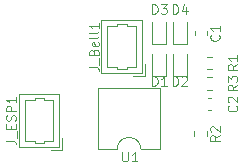
<source format=gbr>
%TF.GenerationSoftware,KiCad,Pcbnew,5.1.12-84ad8e8a86~92~ubuntu20.04.1*%
%TF.CreationDate,2021-11-26T18:46:47+01:00*%
%TF.ProjectId,doorbell-adapter,646f6f72-6265-46c6-9c2d-616461707465,rev?*%
%TF.SameCoordinates,Original*%
%TF.FileFunction,Legend,Top*%
%TF.FilePolarity,Positive*%
%FSLAX46Y46*%
G04 Gerber Fmt 4.6, Leading zero omitted, Abs format (unit mm)*
G04 Created by KiCad (PCBNEW 5.1.12-84ad8e8a86~92~ubuntu20.04.1) date 2021-11-26 18:46:47*
%MOMM*%
%LPD*%
G01*
G04 APERTURE LIST*
%ADD10C,0.120000*%
%ADD11C,0.100000*%
G04 APERTURE END LIST*
D10*
%TO.C,D4*%
X127150000Y-79900000D02*
X128350000Y-79900000D01*
X127150000Y-78050000D02*
X127150000Y-79900000D01*
X128350000Y-78050000D02*
X128350000Y-79900000D01*
%TO.C,U1*%
X122440000Y-88830000D02*
G75*
G02*
X124440000Y-88830000I1000000J0D01*
G01*
X124440000Y-88830000D02*
X126090000Y-88830000D01*
X126090000Y-88830000D02*
X126090000Y-83630000D01*
X126090000Y-83630000D02*
X120790000Y-83630000D01*
X120790000Y-83630000D02*
X120790000Y-88830000D01*
X120790000Y-88830000D02*
X122440000Y-88830000D01*
%TO.C,R3*%
X130012742Y-82727500D02*
X130487258Y-82727500D01*
X130012742Y-83772500D02*
X130487258Y-83772500D01*
%TO.C,R2*%
X130022500Y-87262742D02*
X130022500Y-87737258D01*
X128977500Y-87262742D02*
X128977500Y-87737258D01*
%TO.C,R1*%
X130487258Y-82022500D02*
X130012742Y-82022500D01*
X130487258Y-80977500D02*
X130012742Y-80977500D01*
%TO.C,J_ESP1*%
X114090000Y-88610000D02*
X117510000Y-88610000D01*
X117510000Y-88610000D02*
X117510000Y-84140000D01*
X117510000Y-84140000D02*
X114090000Y-84140000D01*
X114090000Y-84140000D02*
X114090000Y-88610000D01*
X117000000Y-86375000D02*
X117000000Y-88100000D01*
X117000000Y-88100000D02*
X116250000Y-88100000D01*
X116250000Y-88100000D02*
X116250000Y-88300000D01*
X116250000Y-88300000D02*
X115450000Y-88300000D01*
X115450000Y-88300000D02*
X115450000Y-88100000D01*
X115450000Y-88100000D02*
X114600000Y-88100000D01*
X114600000Y-88100000D02*
X114600000Y-86375000D01*
X117000000Y-86375000D02*
X117000000Y-84650000D01*
X117000000Y-84650000D02*
X116250000Y-84650000D01*
X116250000Y-84650000D02*
X116250000Y-84450000D01*
X116250000Y-84450000D02*
X115450000Y-84450000D01*
X115450000Y-84450000D02*
X115450000Y-84650000D01*
X115450000Y-84650000D02*
X114600000Y-84650000D01*
X114600000Y-84650000D02*
X114600000Y-86375000D01*
X117800000Y-88900000D02*
X116800000Y-88900000D01*
X117800000Y-88900000D02*
X117800000Y-87900000D01*
%TO.C,J_Bell1*%
X121090000Y-82360000D02*
X124510000Y-82360000D01*
X124510000Y-82360000D02*
X124510000Y-77890000D01*
X124510000Y-77890000D02*
X121090000Y-77890000D01*
X121090000Y-77890000D02*
X121090000Y-82360000D01*
X124000000Y-80125000D02*
X124000000Y-81850000D01*
X124000000Y-81850000D02*
X123250000Y-81850000D01*
X123250000Y-81850000D02*
X123250000Y-82050000D01*
X123250000Y-82050000D02*
X122450000Y-82050000D01*
X122450000Y-82050000D02*
X122450000Y-81850000D01*
X122450000Y-81850000D02*
X121600000Y-81850000D01*
X121600000Y-81850000D02*
X121600000Y-80125000D01*
X124000000Y-80125000D02*
X124000000Y-78400000D01*
X124000000Y-78400000D02*
X123250000Y-78400000D01*
X123250000Y-78400000D02*
X123250000Y-78200000D01*
X123250000Y-78200000D02*
X122450000Y-78200000D01*
X122450000Y-78200000D02*
X122450000Y-78400000D01*
X122450000Y-78400000D02*
X121600000Y-78400000D01*
X121600000Y-78400000D02*
X121600000Y-80125000D01*
X124800000Y-82650000D02*
X123800000Y-82650000D01*
X124800000Y-82650000D02*
X124800000Y-81650000D01*
%TO.C,D3*%
X125400000Y-79900000D02*
X126600000Y-79900000D01*
X125400000Y-78050000D02*
X125400000Y-79900000D01*
X126600000Y-78050000D02*
X126600000Y-79900000D01*
%TO.C,D2*%
X127150000Y-82650000D02*
X128350000Y-82650000D01*
X127150000Y-80800000D02*
X127150000Y-82650000D01*
X128350000Y-80800000D02*
X128350000Y-82650000D01*
%TO.C,D1*%
X125400000Y-82650000D02*
X126600000Y-82650000D01*
X125400000Y-80800000D02*
X125400000Y-82650000D01*
X126600000Y-80800000D02*
X126600000Y-82650000D01*
%TO.C,C2*%
X130109420Y-84490000D02*
X130390580Y-84490000D01*
X130109420Y-85510000D02*
X130390580Y-85510000D01*
%TO.C,C1*%
X128990000Y-79140580D02*
X128990000Y-78859420D01*
X130010000Y-79140580D02*
X130010000Y-78859420D01*
%TO.C,D4*%
D11*
X127159523Y-77361904D02*
X127159523Y-76561904D01*
X127350000Y-76561904D01*
X127464285Y-76600000D01*
X127540476Y-76676190D01*
X127578571Y-76752380D01*
X127616666Y-76904761D01*
X127616666Y-77019047D01*
X127578571Y-77171428D01*
X127540476Y-77247619D01*
X127464285Y-77323809D01*
X127350000Y-77361904D01*
X127159523Y-77361904D01*
X128302380Y-76828571D02*
X128302380Y-77361904D01*
X128111904Y-76523809D02*
X127921428Y-77095238D01*
X128416666Y-77095238D01*
%TO.C,U1*%
X122890476Y-89061904D02*
X122890476Y-89709523D01*
X122928571Y-89785714D01*
X122966666Y-89823809D01*
X123042857Y-89861904D01*
X123195238Y-89861904D01*
X123271428Y-89823809D01*
X123309523Y-89785714D01*
X123347619Y-89709523D01*
X123347619Y-89061904D01*
X124147619Y-89861904D02*
X123690476Y-89861904D01*
X123919047Y-89861904D02*
X123919047Y-89061904D01*
X123842857Y-89176190D01*
X123766666Y-89252380D01*
X123690476Y-89290476D01*
%TO.C,R3*%
X132611904Y-83383333D02*
X132230952Y-83650000D01*
X132611904Y-83840476D02*
X131811904Y-83840476D01*
X131811904Y-83535714D01*
X131850000Y-83459523D01*
X131888095Y-83421428D01*
X131964285Y-83383333D01*
X132078571Y-83383333D01*
X132154761Y-83421428D01*
X132192857Y-83459523D01*
X132230952Y-83535714D01*
X132230952Y-83840476D01*
X131811904Y-83116666D02*
X131811904Y-82621428D01*
X132116666Y-82888095D01*
X132116666Y-82773809D01*
X132154761Y-82697619D01*
X132192857Y-82659523D01*
X132269047Y-82621428D01*
X132459523Y-82621428D01*
X132535714Y-82659523D01*
X132573809Y-82697619D01*
X132611904Y-82773809D01*
X132611904Y-83002380D01*
X132573809Y-83078571D01*
X132535714Y-83116666D01*
%TO.C,R2*%
X131111904Y-87633333D02*
X130730952Y-87900000D01*
X131111904Y-88090476D02*
X130311904Y-88090476D01*
X130311904Y-87785714D01*
X130350000Y-87709523D01*
X130388095Y-87671428D01*
X130464285Y-87633333D01*
X130578571Y-87633333D01*
X130654761Y-87671428D01*
X130692857Y-87709523D01*
X130730952Y-87785714D01*
X130730952Y-88090476D01*
X130388095Y-87328571D02*
X130350000Y-87290476D01*
X130311904Y-87214285D01*
X130311904Y-87023809D01*
X130350000Y-86947619D01*
X130388095Y-86909523D01*
X130464285Y-86871428D01*
X130540476Y-86871428D01*
X130654761Y-86909523D01*
X131111904Y-87366666D01*
X131111904Y-86871428D01*
%TO.C,R1*%
X132611904Y-81633333D02*
X132230952Y-81900000D01*
X132611904Y-82090476D02*
X131811904Y-82090476D01*
X131811904Y-81785714D01*
X131850000Y-81709523D01*
X131888095Y-81671428D01*
X131964285Y-81633333D01*
X132078571Y-81633333D01*
X132154761Y-81671428D01*
X132192857Y-81709523D01*
X132230952Y-81785714D01*
X132230952Y-82090476D01*
X132611904Y-80871428D02*
X132611904Y-81328571D01*
X132611904Y-81100000D02*
X131811904Y-81100000D01*
X131926190Y-81176190D01*
X132002380Y-81252380D01*
X132040476Y-81328571D01*
%TO.C,J_ESP1*%
X113061904Y-88094285D02*
X113633333Y-88094285D01*
X113747619Y-88132380D01*
X113823809Y-88208571D01*
X113861904Y-88322857D01*
X113861904Y-88399047D01*
X113938095Y-87903809D02*
X113938095Y-87294285D01*
X113442857Y-87103809D02*
X113442857Y-86837142D01*
X113861904Y-86722857D02*
X113861904Y-87103809D01*
X113061904Y-87103809D01*
X113061904Y-86722857D01*
X113823809Y-86418095D02*
X113861904Y-86303809D01*
X113861904Y-86113333D01*
X113823809Y-86037142D01*
X113785714Y-85999047D01*
X113709523Y-85960952D01*
X113633333Y-85960952D01*
X113557142Y-85999047D01*
X113519047Y-86037142D01*
X113480952Y-86113333D01*
X113442857Y-86265714D01*
X113404761Y-86341904D01*
X113366666Y-86380000D01*
X113290476Y-86418095D01*
X113214285Y-86418095D01*
X113138095Y-86380000D01*
X113100000Y-86341904D01*
X113061904Y-86265714D01*
X113061904Y-86075238D01*
X113100000Y-85960952D01*
X113861904Y-85618095D02*
X113061904Y-85618095D01*
X113061904Y-85313333D01*
X113100000Y-85237142D01*
X113138095Y-85199047D01*
X113214285Y-85160952D01*
X113328571Y-85160952D01*
X113404761Y-85199047D01*
X113442857Y-85237142D01*
X113480952Y-85313333D01*
X113480952Y-85618095D01*
X113861904Y-84399047D02*
X113861904Y-84856190D01*
X113861904Y-84627619D02*
X113061904Y-84627619D01*
X113176190Y-84703809D01*
X113252380Y-84780000D01*
X113290476Y-84856190D01*
%TO.C,J_Bell1*%
X120061904Y-81863333D02*
X120633333Y-81863333D01*
X120747619Y-81901428D01*
X120823809Y-81977619D01*
X120861904Y-82091904D01*
X120861904Y-82168095D01*
X120938095Y-81672857D02*
X120938095Y-81063333D01*
X120442857Y-80606190D02*
X120480952Y-80491904D01*
X120519047Y-80453809D01*
X120595238Y-80415714D01*
X120709523Y-80415714D01*
X120785714Y-80453809D01*
X120823809Y-80491904D01*
X120861904Y-80568095D01*
X120861904Y-80872857D01*
X120061904Y-80872857D01*
X120061904Y-80606190D01*
X120100000Y-80530000D01*
X120138095Y-80491904D01*
X120214285Y-80453809D01*
X120290476Y-80453809D01*
X120366666Y-80491904D01*
X120404761Y-80530000D01*
X120442857Y-80606190D01*
X120442857Y-80872857D01*
X120823809Y-79768095D02*
X120861904Y-79844285D01*
X120861904Y-79996666D01*
X120823809Y-80072857D01*
X120747619Y-80110952D01*
X120442857Y-80110952D01*
X120366666Y-80072857D01*
X120328571Y-79996666D01*
X120328571Y-79844285D01*
X120366666Y-79768095D01*
X120442857Y-79730000D01*
X120519047Y-79730000D01*
X120595238Y-80110952D01*
X120861904Y-79272857D02*
X120823809Y-79349047D01*
X120747619Y-79387142D01*
X120061904Y-79387142D01*
X120861904Y-78853809D02*
X120823809Y-78930000D01*
X120747619Y-78968095D01*
X120061904Y-78968095D01*
X120861904Y-78130000D02*
X120861904Y-78587142D01*
X120861904Y-78358571D02*
X120061904Y-78358571D01*
X120176190Y-78434761D01*
X120252380Y-78510952D01*
X120290476Y-78587142D01*
%TO.C,D3*%
X125409523Y-77361904D02*
X125409523Y-76561904D01*
X125600000Y-76561904D01*
X125714285Y-76600000D01*
X125790476Y-76676190D01*
X125828571Y-76752380D01*
X125866666Y-76904761D01*
X125866666Y-77019047D01*
X125828571Y-77171428D01*
X125790476Y-77247619D01*
X125714285Y-77323809D01*
X125600000Y-77361904D01*
X125409523Y-77361904D01*
X126133333Y-76561904D02*
X126628571Y-76561904D01*
X126361904Y-76866666D01*
X126476190Y-76866666D01*
X126552380Y-76904761D01*
X126590476Y-76942857D01*
X126628571Y-77019047D01*
X126628571Y-77209523D01*
X126590476Y-77285714D01*
X126552380Y-77323809D01*
X126476190Y-77361904D01*
X126247619Y-77361904D01*
X126171428Y-77323809D01*
X126133333Y-77285714D01*
%TO.C,D2*%
X127159523Y-83461904D02*
X127159523Y-82661904D01*
X127350000Y-82661904D01*
X127464285Y-82700000D01*
X127540476Y-82776190D01*
X127578571Y-82852380D01*
X127616666Y-83004761D01*
X127616666Y-83119047D01*
X127578571Y-83271428D01*
X127540476Y-83347619D01*
X127464285Y-83423809D01*
X127350000Y-83461904D01*
X127159523Y-83461904D01*
X127921428Y-82738095D02*
X127959523Y-82700000D01*
X128035714Y-82661904D01*
X128226190Y-82661904D01*
X128302380Y-82700000D01*
X128340476Y-82738095D01*
X128378571Y-82814285D01*
X128378571Y-82890476D01*
X128340476Y-83004761D01*
X127883333Y-83461904D01*
X128378571Y-83461904D01*
%TO.C,D1*%
X125409523Y-83461904D02*
X125409523Y-82661904D01*
X125600000Y-82661904D01*
X125714285Y-82700000D01*
X125790476Y-82776190D01*
X125828571Y-82852380D01*
X125866666Y-83004761D01*
X125866666Y-83119047D01*
X125828571Y-83271428D01*
X125790476Y-83347619D01*
X125714285Y-83423809D01*
X125600000Y-83461904D01*
X125409523Y-83461904D01*
X126628571Y-83461904D02*
X126171428Y-83461904D01*
X126400000Y-83461904D02*
X126400000Y-82661904D01*
X126323809Y-82776190D01*
X126247619Y-82852380D01*
X126171428Y-82890476D01*
%TO.C,C2*%
X132535714Y-85133333D02*
X132573809Y-85171428D01*
X132611904Y-85285714D01*
X132611904Y-85361904D01*
X132573809Y-85476190D01*
X132497619Y-85552380D01*
X132421428Y-85590476D01*
X132269047Y-85628571D01*
X132154761Y-85628571D01*
X132002380Y-85590476D01*
X131926190Y-85552380D01*
X131850000Y-85476190D01*
X131811904Y-85361904D01*
X131811904Y-85285714D01*
X131850000Y-85171428D01*
X131888095Y-85133333D01*
X131888095Y-84828571D02*
X131850000Y-84790476D01*
X131811904Y-84714285D01*
X131811904Y-84523809D01*
X131850000Y-84447619D01*
X131888095Y-84409523D01*
X131964285Y-84371428D01*
X132040476Y-84371428D01*
X132154761Y-84409523D01*
X132611904Y-84866666D01*
X132611904Y-84371428D01*
%TO.C,C1*%
X131035714Y-79133333D02*
X131073809Y-79171428D01*
X131111904Y-79285714D01*
X131111904Y-79361904D01*
X131073809Y-79476190D01*
X130997619Y-79552380D01*
X130921428Y-79590476D01*
X130769047Y-79628571D01*
X130654761Y-79628571D01*
X130502380Y-79590476D01*
X130426190Y-79552380D01*
X130350000Y-79476190D01*
X130311904Y-79361904D01*
X130311904Y-79285714D01*
X130350000Y-79171428D01*
X130388095Y-79133333D01*
X131111904Y-78371428D02*
X131111904Y-78828571D01*
X131111904Y-78600000D02*
X130311904Y-78600000D01*
X130426190Y-78676190D01*
X130502380Y-78752380D01*
X130540476Y-78828571D01*
%TD*%
M02*

</source>
